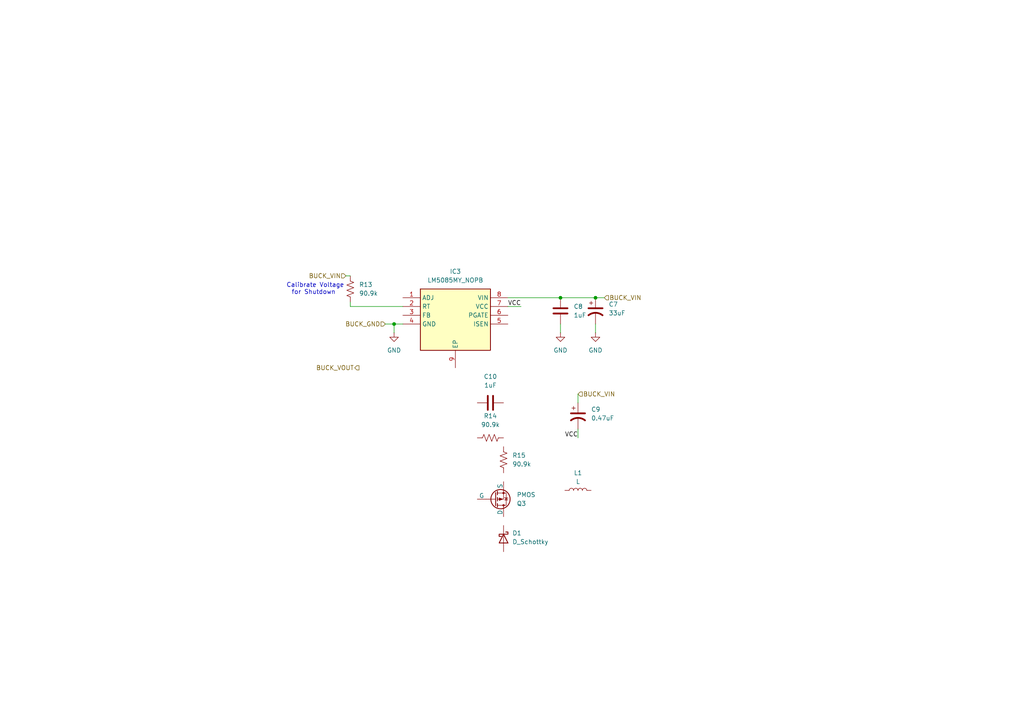
<source format=kicad_sch>
(kicad_sch (version 20231120) (generator "eeschema") (generator_version "8.0")
  (paper "A4")
  (lib_symbols
    (symbol "Device:C" (pin_numbers hide) (pin_names (offset 0.254))
      (property "Reference" "C" (at 0.635 2.54 0))
      (property "Value" "C" (at 0.635 -2.54 0))
      (symbol "C_0_1"
        (polyline (pts (xy -2.032 -0.762) (xy 2.032 -0.762)) (stroke (width 0.508)))
        (polyline (pts (xy -2.032 0.762) (xy 2.032 0.762)) (stroke (width 0.508)))
      )
      (symbol "C_1_1"
        (pin passive line (at 0 3.81 270) (length 2.794) (name "~") (number "1"))
        (pin passive line (at 0 -3.81 90) (length 2.794) (name "~") (number "2"))
      )
    )
    (symbol "Device:C_Polarized_US" (pin_numbers hide) (pin_names (offset 0.254) hide)
      (property "Reference" "C" (at 0.635 2.54 0))
      (property "Value" "C_Polarized_US" (at 0.635 -2.54 0))
      (symbol "C_Polarized_US_0_1"
        (polyline (pts (xy -2.032 0.762) (xy 2.032 0.762)) (stroke (width 0.508)))
        (polyline (pts (xy -1.778 2.286) (xy -0.762 2.286)))
        (polyline (pts (xy -1.27 1.778) (xy -1.27 2.794)))
        (arc (start 2.032 -1.27) (mid 0 -0.5572) (end -2.032 -1.27) (stroke (width 0.508)))
      )
      (symbol "C_Polarized_US_1_1"
        (pin passive line (at 0 3.81 270) (length 2.794) (name "~") (number "1"))
        (pin passive line (at 0 -3.81 90) (length 3.302) (name "~") (number "2"))
      )
    )
    (symbol "Device:D_Schottky" (pin_numbers hide) (pin_names (offset 1.016) hide)
      (property "Reference" "D" (at 0 2.54 0))
      (property "Value" "D_Schottky" (at 0 -2.54 0))
      (symbol "D_Schottky_0_1"
        (polyline (pts (xy 1.27 0) (xy -1.27 0)))
        (polyline (pts (xy 1.27 1.27) (xy 1.27 -1.27) (xy -1.27 0) (xy 1.27 1.27)) (stroke (width 0.254)))
        (polyline (pts (xy -1.905 0.635) (xy -1.905 1.27) (xy -1.27 1.27) (xy -1.27 -1.27) (xy -0.635 -1.27) (xy -0.635 -0.635)) (stroke (width 0.254)))
      )
      (symbol "D_Schottky_1_1"
        (pin passive line (at -3.81 0 0) (length 2.54) (name "K") (number "1"))
        (pin passive line (at 3.81 0 180) (length 2.54) (name "A") (number "2"))
      )
    )
    (symbol "Device:L" (pin_numbers hide) (pin_names (offset 1.016) hide)
      (property "Reference" "L" (at -1.27 0 90))
      (property "Value" "L" (at 1.905 0 90))
      (symbol "L_0_1"
        (arc (start 0 -2.54) (mid 0.6323 -1.905) (end 0 -1.27))
        (arc (start 0 -1.27) (mid 0.6323 -0.635) (end 0 0))
        (arc (start 0 0) (mid 0.6323 0.635) (end 0 1.27))
        (arc (start 0 1.27) (mid 0.6323 1.905) (end 0 2.54))
      )
      (symbol "L_1_1"
        (pin passive line (at 0 3.81 270) (length 1.27) (name "1") (number "1"))
        (pin passive line (at 0 -3.81 90) (length 1.27) (name "2") (number "2"))
      )
    )
    (symbol "Device:R_US" (pin_numbers hide) (pin_names (offset 0))
      (property "Reference" "R" (at 2.54 0 90))
      (property "Value" "R_US" (at -2.54 0 90))
      (symbol "R_US_0_1"
        (polyline (pts (xy 0 -2.286) (xy 0 -2.54)))
        (polyline (pts (xy 0 2.286) (xy 0 2.54)))
        (polyline (pts (xy 0 -0.762) (xy 1.016 -1.143) (xy 0 -1.524) (xy -1.016 -1.905) (xy 0 -2.286)))
        (polyline (pts (xy 0 0.762) (xy 1.016 0.381) (xy 0 0) (xy -1.016 -0.381) (xy 0 -0.762)))
        (polyline (pts (xy 0 2.286) (xy 1.016 1.905) (xy 0 1.524) (xy -1.016 1.143) (xy 0 0.762)))
      )
      (symbol "R_US_1_1"
        (pin passive line (at 0 3.81 270) (length 1.27) (name "~") (number "1"))
        (pin passive line (at 0 -3.81 90) (length 1.27) (name "~") (number "2"))
      )
    )
    (symbol "LM5085MY_NOPB:LM5085MY_NOPB"
      (property "Reference" "IC" (at 26.67 7.62 0))
      (property "Value" "LM5085MY_NOPB" (at 26.67 5.08 0))
      (symbol "LM5085MY_NOPB_1_1"
        (rectangle (start 5.08 2.54) (end 25.4 -15.24) (stroke (width 0.254)) (fill (type background)))
        (pin passive line (at 0 0 0) (length 5.08) (name "ADJ") (number "1"))
        (pin passive line (at 0 -2.54 0) (length 5.08) (name "RT") (number "2"))
        (pin passive line (at 0 -5.08 0) (length 5.08) (name "FB") (number "3"))
        (pin passive line (at 0 -7.62 0) (length 5.08) (name "GND") (number "4"))
        (pin passive line (at 30.48 -7.62 180) (length 5.08) (name "ISEN") (number "5"))
        (pin passive line (at 30.48 -5.08 180) (length 5.08) (name "PGATE") (number "6"))
        (pin passive line (at 30.48 -2.54 180) (length 5.08) (name "VCC") (number "7"))
        (pin passive line (at 30.48 0 180) (length 5.08) (name "VIN") (number "8"))
        (pin passive line (at 15.24 -20.32 90) (length 5.08) (name "EP") (number "9"))
      )
    )
    (symbol "Simulation_SPICE:PMOS" (pin_numbers hide) (pin_names (offset 0))
      (property "Reference" "Q" (at 5.08 1.27 0))
      (property "Value" "PMOS" (at 5.08 -1.27 0))
      (symbol "PMOS_0_1"
        (polyline (pts (xy 0.254 0) (xy -2.54 0)))
        (polyline (pts (xy 0.254 1.905) (xy 0.254 -1.905)) (stroke (width 0.254)))
        (polyline (pts (xy 0.762 -1.27) (xy 0.762 -2.286)) (stroke (width 0.254)))
        (polyline (pts (xy 0.762 0.508) (xy 0.762 -0.508)) (stroke (width 0.254)))
        (polyline (pts (xy 0.762 2.286) (xy 0.762 1.27)) (stroke (width 0.254)))
        (polyline (pts (xy 2.54 2.54) (xy 2.54 1.778)))
        (polyline (pts (xy 2.54 -2.54) (xy 2.54 0) (xy 0.762 0)))
        (polyline (pts (xy 0.762 1.778) (xy 3.302 1.778) (xy 3.302 -1.778) (xy 0.762 -1.778)))
        (polyline (pts (xy 2.286 0) (xy 1.27 0.381) (xy 1.27 -0.381) (xy 2.286 0)) (fill (type outline)))
        (polyline (pts (xy 2.794 -0.508) (xy 2.921 -0.381) (xy 3.683 -0.381) (xy 3.81 -0.254)))
        (polyline (pts (xy 3.302 -0.381) (xy 2.921 0.254) (xy 3.683 0.254) (xy 3.302 -0.381)))
        (circle (center 1.651 0) (radius 2.794) (stroke (width 0.254)))
        (circle (center 2.54 -1.778) (radius 0.254) (fill (type outline)))
        (circle (center 2.54 1.778) (radius 0.254) (fill (type outline)))
      )
      (symbol "PMOS_1_1"
        (pin passive line (at 2.54 5.08 270) (length 2.54) (name "D") (number "1"))
        (pin input line (at -5.08 0 0) (length 2.54) (name "G") (number "2"))
        (pin passive line (at 2.54 -5.08 90) (length 2.54) (name "S") (number "3"))
      )
    )
    (symbol "power:GND" (power) (pin_numbers hide) (pin_names (offset 0) hide)
      (property "Value" "GND" (at 0 -3.81 0))
      (symbol "GND_0_1"
        (polyline (pts (xy 0 0) (xy 0 -1.27) (xy 1.27 -1.27) (xy 0 -2.54) (xy -1.27 -1.27) (xy 0 -1.27)))
      )
      (symbol "GND_1_1"
        (pin power_in line (at 0 0 270) (length 0) (name "~") (number "1"))
      )
    )
  )
  (junction (at 162.56 86.36))
  (junction (at 172.72 86.36))
  (junction (at 114.3 93.98))
  (wire (pts (xy 101.6 88.9) (xy 101.6 87.63)))
  (wire (pts (xy 100.33 80.01) (xy 101.6 80.01)))
  (wire (pts (xy 162.56 96.52) (xy 162.56 93.98)))
  (wire (pts (xy 172.72 96.52) (xy 172.72 93.98)))
  (wire (pts (xy 151.13 88.9) (xy 147.32 88.9)))
  (wire (pts (xy 147.32 86.36) (xy 162.56 86.36)))
  (wire (pts (xy 167.64 127) (xy 167.64 124.46)))
  (wire (pts (xy 114.3 96.52) (xy 114.3 93.98)))
  (wire (pts (xy 111.76 93.98) (xy 114.3 93.98)))
  (wire (pts (xy 172.72 86.36) (xy 175.26 86.36)))
  (wire (pts (xy 167.64 114.3) (xy 167.64 116.84)))
  (wire (pts (xy 116.84 88.9) (xy 101.6 88.9)))
  (wire (pts (xy 162.56 86.36) (xy 172.72 86.36)))
  (wire (pts (xy 114.3 93.98) (xy 116.84 93.98)))
  (text "Calibrate Voltage\nfor Shutdown " (at 91.44 83.82 0) (effects (font (size 1.27 1.27))))
  (label "VCC" (at 151.13 88.9 180))
  (label "VCC" (at 167.64 127 180))
  (hierarchical_label "BUCK_VIN" (shape input) (at 175.26 86.36 0))
  (hierarchical_label "BUCK_VIN" (shape input) (at 100.33 80.01 180))
  (hierarchical_label "BUCK_VOUT" (shape output) (at 104.14 106.68 180))
  (hierarchical_label "BUCK_VIN" (shape input) (at 167.64 114.3 0))
  (hierarchical_label "BUCK_GND" (shape input) (at 111.76 93.98 180))
  (symbol (lib_id "power:GND") (at 114.3 96.52 0) (unit 1)
    (property "Reference" "#PWR029" (effects (hide yes)))
    (property "Value" "GND" (at 114.3 101.6 0))
    (property "Description" "Power symbol creates a global label with name \"GND\" , ground" (effects (hide yes)))
  )
  (symbol (lib_id "Device:C") (at 142.24 116.84 90) (unit 1)
    (property "Reference" "C10" (at 142.24 109.22 90))
    (property "Value" "1uF" (at 142.24 111.76 90))
    (property "Description" "Unpolarized capacitor" (effects (hide yes)))
  )
  (symbol (lib_id "Simulation_SPICE:PMOS") (at 143.51 144.78 0) (mirror x) (unit 1)
    (property "Reference" "Q3" (at 149.86 146.0501 0) (effects (justify left)))
    (property "Value" "PMOS" (at 149.86 143.5101 0) (effects (justify left)))
    (property "Datasheet" "https://ngspice.sourceforge.io/docs/ngspice-html-manual/manual.xhtml#cha_MOSFETs" (effects (hide yes)))
    (property "Description" "P-MOSFET transistor, drain/source/gate" (effects (hide yes)))
    (property "Sim.Device" "PMOS" (effects (hide yes)))
    (property "Sim.Type" "VDMOS" (effects (hide yes)))
    (property "Sim.Pins" "1=D 2=G 3=S" (effects (hide yes)))
  )
  (symbol (lib_id "Device:R_US") (at 101.6 83.82 0) (unit 1)
    (property "Reference" "R13" (at 104.14 82.5499 0) (effects (justify left)))
    (property "Value" "90.9k" (at 104.14 85.0899 0) (effects (justify left)))
    (property "Description" "Resistor, US symbol" (effects (hide yes)))
  )
  (symbol (lib_id "power:GND") (at 162.56 96.52 0) (unit 1)
    (property "Reference" "#PWR031" (effects (hide yes)))
    (property "Value" "GND" (at 162.56 101.6 0))
    (property "Description" "Power symbol creates a global label with name \"GND\" , ground" (effects (hide yes)))
  )
  (symbol (lib_id "Device:R_US") (at 142.24 127 90) (unit 1)
    (property "Reference" "R14" (at 142.24 120.65 90))
    (property "Value" "90.9k" (at 142.24 123.19 90))
    (property "Description" "Resistor, US symbol" (effects (hide yes)))
  )
  (symbol (lib_id "LM5085MY_NOPB:LM5085MY_NOPB") (at 116.84 86.36 0) (unit 1)
    (property "Reference" "IC3" (at 132.08 78.74 0))
    (property "Value" "LM5085MY_NOPB" (at 132.08 81.28 0))
    (property "Footprint" "ExternalFootprints:SOP65P490X109-9N" (effects (hide yes)))
    (property "Datasheet" "http://www.ti.com/lit/gpn/lm5085" (effects (hide yes)))
    (property "Description" "Texas Instruments LM5085MY/NOPB, DC-DC Controller, 10A, 75 V Step-Down, 1 MHz, 8-Pin, MSOP" (effects (hide yes)))
    (property "Height" "1.09" (effects (hide yes)))
    (property "Mouser Part Number" "926-LM5085MY/NOPB" (effects (hide yes)))
    (property "Mouser Price/Stock" "https://www.mouser.co.uk/ProductDetail/Texas-Instruments/LM5085MY-NOPB?qs=QbsRYf82W3GFKIepHnw0Ug%3D%3D" (effects (hide yes)))
    (property "Manufacturer_Name" "Texas Instruments" (effects (hide yes)))
    (property "Manufacturer_Part_Number" "LM5085MY/NOPB" (effects (hide yes)))
  )
  (symbol (lib_id "Device:C") (at 162.56 90.17 0) (unit 1)
    (property "Reference" "C8" (at 166.37 88.8999 0) (effects (justify left)))
    (property "Value" "1uF" (at 166.37 91.4399 0) (effects (justify left)))
    (property "Description" "Unpolarized capacitor" (effects (hide yes)))
  )
  (symbol (lib_id "Device:D_Schottky") (at 146.05 156.21 270) (unit 1)
    (property "Reference" "D1" (at 148.59 154.6224 90) (effects (justify left)))
    (property "Value" "D_Schottky" (at 148.59 157.1624 90) (effects (justify left)))
    (property "Description" "Schottky diode" (effects (hide yes)))
  )
  (symbol (lib_id "Device:L") (at 167.64 142.24 90) (unit 1)
    (property "Reference" "L1" (at 167.64 137.16 90))
    (property "Value" "L" (at 167.64 139.7 90))
    (property "Description" "Inductor" (effects (hide yes)))
  )
  (symbol (lib_id "power:GND") (at 172.72 96.52 0) (unit 1)
    (property "Reference" "#PWR030" (effects (hide yes)))
    (property "Value" "GND" (at 172.72 101.6 0))
    (property "Description" "Power symbol creates a global label with name \"GND\" , ground" (effects (hide yes)))
  )
  (symbol (lib_id "Device:C_Polarized_US") (at 167.64 120.65 0) (unit 1)
    (property "Reference" "C9" (at 171.45 118.7449 0) (effects (justify left)))
    (property "Value" "0.47uF" (at 171.45 121.2849 0) (effects (justify left)))
    (property "Description" "Polarized capacitor, US symbol" (effects (hide yes)))
  )
  (symbol (lib_id "Device:C_Polarized_US") (at 172.72 90.17 0) (unit 1)
    (property "Reference" "C7" (at 176.53 88.2649 0) (effects (justify left)))
    (property "Value" "33uF" (at 176.53 90.8049 0) (effects (justify left)))
    (property "Description" "Polarized capacitor, US symbol" (effects (hide yes)))
  )
  (symbol (lib_id "Device:R_US") (at 146.05 133.35 0) (unit 1)
    (property "Reference" "R15" (at 148.59 132.0799 0) (effects (justify left)))
    (property "Value" "90.9k" (at 148.59 134.6199 0) (effects (justify left)))
    (property "Description" "Resistor, US symbol" (effects (hide yes)))
  )
)
</source>
